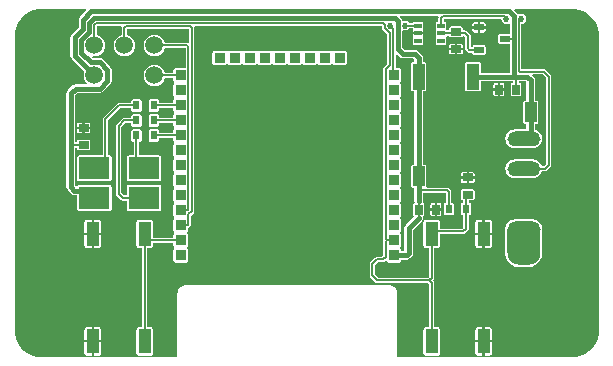
<source format=gtl>
G04 Layer_Physical_Order=1*
G04 Layer_Color=255*
%FSAX44Y44*%
%MOMM*%
G71*
G01*
G75*
G04:AMPARAMS|DCode=10|XSize=1.9mm|YSize=2.6mm|CornerRadius=0.0095mm|HoleSize=0mm|Usage=FLASHONLY|Rotation=90.000|XOffset=0mm|YOffset=0mm|HoleType=Round|Shape=RoundedRectangle|*
%AMROUNDEDRECTD10*
21,1,1.9000,2.5810,0,0,90.0*
21,1,1.8810,2.6000,0,0,90.0*
1,1,0.0190,1.2905,0.9405*
1,1,0.0190,1.2905,-0.9405*
1,1,0.0190,-1.2905,-0.9405*
1,1,0.0190,-1.2905,0.9405*
%
%ADD10ROUNDEDRECTD10*%
G04:AMPARAMS|DCode=11|XSize=1mm|YSize=2.15mm|CornerRadius=0.005mm|HoleSize=0mm|Usage=FLASHONLY|Rotation=0.000|XOffset=0mm|YOffset=0mm|HoleType=Round|Shape=RoundedRectangle|*
%AMROUNDEDRECTD11*
21,1,1.0000,2.1400,0,0,0.0*
21,1,0.9900,2.1500,0,0,0.0*
1,1,0.0100,0.4950,-1.0700*
1,1,0.0100,-0.4950,-1.0700*
1,1,0.0100,-0.4950,1.0700*
1,1,0.0100,0.4950,1.0700*
%
%ADD11ROUNDEDRECTD11*%
G04:AMPARAMS|DCode=12|XSize=3.25mm|YSize=2.15mm|CornerRadius=0.0108mm|HoleSize=0mm|Usage=FLASHONLY|Rotation=0.000|XOffset=0mm|YOffset=0mm|HoleType=Round|Shape=RoundedRectangle|*
%AMROUNDEDRECTD12*
21,1,3.2500,2.1285,0,0,0.0*
21,1,3.2285,2.1500,0,0,0.0*
1,1,0.0215,1.6142,-1.0642*
1,1,0.0215,-1.6142,-1.0642*
1,1,0.0215,-1.6142,1.0642*
1,1,0.0215,1.6142,1.0642*
%
%ADD12ROUNDEDRECTD12*%
G04:AMPARAMS|DCode=13|XSize=0.85mm|YSize=0.6mm|CornerRadius=0.003mm|HoleSize=0mm|Usage=FLASHONLY|Rotation=0.000|XOffset=0mm|YOffset=0mm|HoleType=Round|Shape=RoundedRectangle|*
%AMROUNDEDRECTD13*
21,1,0.8500,0.5940,0,0,0.0*
21,1,0.8440,0.6000,0,0,0.0*
1,1,0.0060,0.4220,-0.2970*
1,1,0.0060,-0.4220,-0.2970*
1,1,0.0060,-0.4220,0.2970*
1,1,0.0060,0.4220,0.2970*
%
%ADD13ROUNDEDRECTD13*%
G04:AMPARAMS|DCode=14|XSize=1.65mm|YSize=0.95mm|CornerRadius=0.0048mm|HoleSize=0mm|Usage=FLASHONLY|Rotation=90.000|XOffset=0mm|YOffset=0mm|HoleType=Round|Shape=RoundedRectangle|*
%AMROUNDEDRECTD14*
21,1,1.6500,0.9405,0,0,90.0*
21,1,1.6405,0.9500,0,0,90.0*
1,1,0.0095,0.4703,0.8203*
1,1,0.0095,0.4703,-0.8203*
1,1,0.0095,-0.4703,-0.8203*
1,1,0.0095,-0.4703,0.8203*
%
%ADD14ROUNDEDRECTD14*%
G04:AMPARAMS|DCode=15|XSize=2.1mm|YSize=1.1mm|CornerRadius=0.055mm|HoleSize=0mm|Usage=FLASHONLY|Rotation=270.000|XOffset=0mm|YOffset=0mm|HoleType=Round|Shape=RoundedRectangle|*
%AMROUNDEDRECTD15*
21,1,2.1000,0.9900,0,0,270.0*
21,1,1.9900,1.1000,0,0,270.0*
1,1,0.1100,-0.4950,-0.9950*
1,1,0.1100,-0.4950,0.9950*
1,1,0.1100,0.4950,0.9950*
1,1,0.1100,0.4950,-0.9950*
%
%ADD15ROUNDEDRECTD15*%
G04:AMPARAMS|DCode=16|XSize=0.85mm|YSize=0.6mm|CornerRadius=0.003mm|HoleSize=0mm|Usage=FLASHONLY|Rotation=90.000|XOffset=0mm|YOffset=0mm|HoleType=Round|Shape=RoundedRectangle|*
%AMROUNDEDRECTD16*
21,1,0.8500,0.5940,0,0,90.0*
21,1,0.8440,0.6000,0,0,90.0*
1,1,0.0060,0.2970,0.4220*
1,1,0.0060,0.2970,-0.4220*
1,1,0.0060,-0.2970,-0.4220*
1,1,0.0060,-0.2970,0.4220*
%
%ADD16ROUNDEDRECTD16*%
G04:AMPARAMS|DCode=17|XSize=0.75mm|YSize=0.55mm|CornerRadius=0.0028mm|HoleSize=0mm|Usage=FLASHONLY|Rotation=270.000|XOffset=0mm|YOffset=0mm|HoleType=Round|Shape=RoundedRectangle|*
%AMROUNDEDRECTD17*
21,1,0.7500,0.5445,0,0,270.0*
21,1,0.7445,0.5500,0,0,270.0*
1,1,0.0055,-0.2722,-0.3723*
1,1,0.0055,-0.2722,0.3723*
1,1,0.0055,0.2722,0.3723*
1,1,0.0055,0.2722,-0.3723*
%
%ADD17ROUNDEDRECTD17*%
G04:AMPARAMS|DCode=18|XSize=0.55mm|YSize=0.8mm|CornerRadius=0.0028mm|HoleSize=0mm|Usage=FLASHONLY|Rotation=90.000|XOffset=0mm|YOffset=0mm|HoleType=Round|Shape=RoundedRectangle|*
%AMROUNDEDRECTD18*
21,1,0.5500,0.7945,0,0,90.0*
21,1,0.5445,0.8000,0,0,90.0*
1,1,0.0055,0.3972,0.2722*
1,1,0.0055,0.3972,-0.2722*
1,1,0.0055,-0.3972,-0.2722*
1,1,0.0055,-0.3972,0.2722*
%
%ADD18ROUNDEDRECTD18*%
G04:AMPARAMS|DCode=19|XSize=1.333mm|YSize=1.333mm|CornerRadius=0.0067mm|HoleSize=0mm|Usage=FLASHONLY|Rotation=180.000|XOffset=0mm|YOffset=0mm|HoleType=Round|Shape=RoundedRectangle|*
%AMROUNDEDRECTD19*
21,1,1.3330,1.3197,0,0,180.0*
21,1,1.3197,1.3330,0,0,180.0*
1,1,0.0133,-0.6598,0.6598*
1,1,0.0133,0.6598,0.6598*
1,1,0.0133,0.6598,-0.6598*
1,1,0.0133,-0.6598,-0.6598*
%
%ADD19ROUNDEDRECTD19*%
G04:AMPARAMS|DCode=20|XSize=0.9mm|YSize=0.9mm|CornerRadius=0.0045mm|HoleSize=0mm|Usage=FLASHONLY|Rotation=180.000|XOffset=0mm|YOffset=0mm|HoleType=Round|Shape=RoundedRectangle|*
%AMROUNDEDRECTD20*
21,1,0.9000,0.8910,0,0,180.0*
21,1,0.8910,0.9000,0,0,180.0*
1,1,0.0090,-0.4455,0.4455*
1,1,0.0090,0.4455,0.4455*
1,1,0.0090,0.4455,-0.4455*
1,1,0.0090,-0.4455,-0.4455*
%
%ADD20ROUNDEDRECTD20*%
G04:AMPARAMS|DCode=21|XSize=0.35mm|YSize=0.6mm|CornerRadius=0.0018mm|HoleSize=0mm|Usage=FLASHONLY|Rotation=90.000|XOffset=0mm|YOffset=0mm|HoleType=Round|Shape=RoundedRectangle|*
%AMROUNDEDRECTD21*
21,1,0.3500,0.5965,0,0,90.0*
21,1,0.3465,0.6000,0,0,90.0*
1,1,0.0035,0.2983,0.1732*
1,1,0.0035,0.2983,-0.1732*
1,1,0.0035,-0.2983,-0.1732*
1,1,0.0035,-0.2983,0.1732*
%
%ADD21ROUNDEDRECTD21*%
%ADD22C,0.1270*%
%ADD23C,0.4064*%
%ADD24C,0.1524*%
%ADD25C,0.2032*%
G04:AMPARAMS|DCode=26|XSize=1.27mm|YSize=2.8mm|CornerRadius=0.635mm|HoleSize=0mm|Usage=FLASHONLY|Rotation=90.000|XOffset=0mm|YOffset=0mm|HoleType=Round|Shape=RoundedRectangle|*
%AMROUNDEDRECTD26*
21,1,1.2700,1.5300,0,0,90.0*
21,1,0.0000,2.8000,0,0,90.0*
1,1,1.2700,0.7650,0.0000*
1,1,1.2700,0.7650,0.0000*
1,1,1.2700,-0.7650,0.0000*
1,1,1.2700,-0.7650,0.0000*
%
%ADD26ROUNDEDRECTD26*%
G04:AMPARAMS|DCode=27|XSize=1.27mm|YSize=2.8mm|CornerRadius=0.1588mm|HoleSize=0mm|Usage=FLASHONLY|Rotation=90.000|XOffset=0mm|YOffset=0mm|HoleType=Round|Shape=RoundedRectangle|*
%AMROUNDEDRECTD27*
21,1,1.2700,2.4825,0,0,90.0*
21,1,0.9525,2.8000,0,0,90.0*
1,1,0.3175,1.2412,0.4763*
1,1,0.3175,1.2412,-0.4763*
1,1,0.3175,-1.2412,-0.4763*
1,1,0.3175,-1.2412,0.4763*
%
%ADD27ROUNDEDRECTD27*%
%ADD28O,2.8000X2.0000*%
%ADD29C,1.5000*%
%ADD30O,3.0000X2.0000*%
%ADD31C,3.2000*%
%ADD32C,0.7620*%
%ADD33C,0.5250*%
G36*
X10728937Y10800686D02*
X10728937Y10800686D01*
X10730112Y10799900D01*
X10731500Y10799624D01*
X10731500Y10799624D01*
X10739999D01*
X10741097Y10798525D01*
Y10796348D01*
X10739773D01*
X10739159Y10796226D01*
X10738638Y10795878D01*
X10738290Y10795356D01*
X10738168Y10794742D01*
Y10773342D01*
X10738290Y10772728D01*
X10738638Y10772208D01*
X10739159Y10771860D01*
X10739773Y10771738D01*
X10741097D01*
Y10709554D01*
X10740021D01*
X10739408Y10709432D01*
X10738888Y10709086D01*
X10738540Y10708566D01*
X10738418Y10707953D01*
Y10691548D01*
X10738540Y10690934D01*
X10738888Y10690415D01*
X10739408Y10690067D01*
X10740021Y10689945D01*
X10741097D01*
Y10678500D01*
X10741294Y10677509D01*
X10741146Y10677288D01*
X10740632Y10676945D01*
X10740289Y10676431D01*
X10740168Y10675824D01*
Y10667384D01*
X10740289Y10666777D01*
X10740632Y10666263D01*
X10740677Y10665806D01*
X10733687Y10658813D01*
X10732900Y10657638D01*
X10732625Y10656250D01*
X10732625Y10656250D01*
Y10636426D01*
X10729469D01*
Y10637255D01*
X10729347Y10637867D01*
X10729000Y10638386D01*
X10728914Y10638445D01*
X10728899Y10638481D01*
Y10639819D01*
X10728914Y10639856D01*
X10729000Y10639913D01*
X10729347Y10640433D01*
X10729469Y10641045D01*
Y10649955D01*
X10729347Y10650568D01*
X10729000Y10651086D01*
X10728914Y10651144D01*
X10728899Y10651180D01*
Y10652520D01*
X10728914Y10652556D01*
X10729000Y10652614D01*
X10729347Y10653132D01*
X10729469Y10653745D01*
Y10662655D01*
X10729347Y10663267D01*
X10729000Y10663787D01*
X10728914Y10663844D01*
X10728899Y10663881D01*
Y10665219D01*
X10728914Y10665255D01*
X10729000Y10665314D01*
X10729347Y10665833D01*
X10729469Y10666445D01*
Y10675355D01*
X10729347Y10675967D01*
X10729000Y10676486D01*
X10728914Y10676544D01*
X10728899Y10676581D01*
Y10677919D01*
X10728914Y10677955D01*
X10729000Y10678014D01*
X10729347Y10678533D01*
X10729469Y10679146D01*
Y10688055D01*
X10729347Y10688667D01*
X10729000Y10689186D01*
X10728914Y10689244D01*
X10728899Y10689281D01*
Y10690619D01*
X10728914Y10690656D01*
X10729000Y10690714D01*
X10729347Y10691233D01*
X10729469Y10691844D01*
Y10700754D01*
X10729347Y10701367D01*
X10729000Y10701886D01*
X10728914Y10701945D01*
X10728899Y10701981D01*
Y10703319D01*
X10728914Y10703356D01*
X10729000Y10703414D01*
X10729347Y10703933D01*
X10729469Y10704545D01*
Y10713455D01*
X10729347Y10714067D01*
X10729000Y10714586D01*
X10728914Y10714645D01*
X10728899Y10714681D01*
Y10716019D01*
X10728914Y10716056D01*
X10729000Y10716113D01*
X10729347Y10716633D01*
X10729469Y10717245D01*
Y10726155D01*
X10729347Y10726768D01*
X10729000Y10727286D01*
X10728914Y10727345D01*
X10728899Y10727382D01*
Y10728719D01*
X10728914Y10728756D01*
X10729000Y10728813D01*
X10729347Y10729332D01*
X10729469Y10729945D01*
Y10738855D01*
X10729347Y10739468D01*
X10729000Y10739987D01*
X10728914Y10740044D01*
X10728899Y10740081D01*
Y10741418D01*
X10728914Y10741455D01*
X10729000Y10741514D01*
X10729347Y10742032D01*
X10729469Y10742645D01*
Y10751555D01*
X10729347Y10752167D01*
X10729000Y10752687D01*
X10728914Y10752744D01*
X10728899Y10752781D01*
Y10754119D01*
X10728914Y10754155D01*
X10729000Y10754214D01*
X10729347Y10754733D01*
X10729469Y10755345D01*
Y10764255D01*
X10729347Y10764867D01*
X10729000Y10765386D01*
X10728914Y10765444D01*
X10728899Y10765481D01*
Y10766819D01*
X10728914Y10766855D01*
X10729000Y10766914D01*
X10729347Y10767433D01*
X10729469Y10768044D01*
Y10776956D01*
X10729347Y10777567D01*
X10729000Y10778086D01*
X10728914Y10778145D01*
X10728899Y10778181D01*
Y10779519D01*
X10728914Y10779556D01*
X10729000Y10779614D01*
X10729347Y10780133D01*
X10729469Y10780745D01*
Y10789655D01*
X10729347Y10790267D01*
X10729000Y10790786D01*
X10728481Y10791133D01*
X10727870Y10791255D01*
X10725079D01*
Y10802883D01*
X10726252Y10803370D01*
X10728937Y10800686D01*
D02*
G37*
G36*
X10462874Y10841410D02*
X10463359Y10840237D01*
X10457792Y10834669D01*
X10457006Y10833492D01*
X10456730Y10832104D01*
X10456730Y10832104D01*
Y10825861D01*
X10450927Y10820057D01*
X10450140Y10818882D01*
X10449865Y10817494D01*
X10449865Y10817494D01*
Y10801844D01*
X10449865Y10801844D01*
X10450140Y10800457D01*
X10450927Y10799280D01*
X10461726Y10788481D01*
X10461343Y10787556D01*
X10461031Y10785200D01*
X10461343Y10782844D01*
X10462252Y10780649D01*
X10463486Y10779039D01*
X10463074Y10777770D01*
X10454144D01*
X10454144Y10777770D01*
X10452756Y10777494D01*
X10451581Y10776708D01*
X10451580Y10776708D01*
X10447467Y10772595D01*
X10446681Y10771418D01*
X10446405Y10770031D01*
X10446405Y10770031D01*
Y10726250D01*
Y10690969D01*
X10446405Y10690969D01*
X10446681Y10689581D01*
X10447467Y10688406D01*
X10450686Y10685187D01*
X10450686Y10685187D01*
X10451863Y10684401D01*
X10453250Y10684125D01*
X10453250Y10684125D01*
X10455531D01*
Y10672095D01*
X10455657Y10671464D01*
X10456014Y10670928D01*
X10456550Y10670570D01*
X10457181Y10670444D01*
X10482992D01*
X10483624Y10670570D01*
X10484159Y10670928D01*
X10484517Y10671464D01*
X10484642Y10672095D01*
Y10690905D01*
X10484517Y10691537D01*
X10484159Y10692073D01*
X10483624Y10692430D01*
X10482992Y10692556D01*
X10457181D01*
X10456550Y10692430D01*
X10456014Y10692073D01*
X10455841Y10691812D01*
X10454736Y10691676D01*
X10454399Y10691727D01*
X10453657Y10692471D01*
Y10723920D01*
X10455195D01*
Y10723280D01*
X10455316Y10722673D01*
X10455659Y10722159D01*
X10456173Y10721816D01*
X10456780Y10721696D01*
X10465220D01*
X10465826Y10721816D01*
X10466340Y10722159D01*
X10466683Y10722673D01*
X10466804Y10723280D01*
Y10729220D01*
X10466683Y10729827D01*
X10466340Y10730341D01*
X10465826Y10730684D01*
X10465220Y10730804D01*
X10456780D01*
X10456173Y10730684D01*
X10455659Y10730341D01*
X10455316Y10729827D01*
X10455195Y10729220D01*
Y10728580D01*
X10453657D01*
Y10768529D01*
X10455646Y10770519D01*
X10474713D01*
X10474713Y10770519D01*
X10476101Y10770795D01*
X10477278Y10771581D01*
X10483754Y10778057D01*
X10483754Y10778057D01*
X10484540Y10779233D01*
X10484816Y10780620D01*
X10484816Y10780620D01*
Y10789779D01*
X10484816Y10789779D01*
X10484540Y10791167D01*
X10483754Y10792344D01*
X10483754Y10792344D01*
X10477278Y10798820D01*
X10476101Y10799606D01*
X10474713Y10799882D01*
X10474713Y10799882D01*
X10468899D01*
X10468485Y10800435D01*
X10469181Y10801624D01*
X10470134Y10801498D01*
X10472490Y10801808D01*
X10474685Y10802717D01*
X10476570Y10804164D01*
X10478016Y10806049D01*
X10478926Y10808245D01*
X10479236Y10810601D01*
X10478926Y10812955D01*
X10478016Y10815151D01*
X10476570Y10817036D01*
X10474685Y10818483D01*
X10472490Y10819392D01*
X10472335Y10819412D01*
Y10827142D01*
X10472640Y10827448D01*
X10493021D01*
X10493645Y10826178D01*
X10493500Y10825962D01*
X10493333Y10825120D01*
Y10819412D01*
X10493179Y10819392D01*
X10490983Y10818483D01*
X10489098Y10817036D01*
X10487651Y10815151D01*
X10486742Y10812955D01*
X10486432Y10810601D01*
X10486742Y10808245D01*
X10487651Y10806049D01*
X10489098Y10804164D01*
X10490983Y10802717D01*
X10493179Y10801808D01*
X10495533Y10801498D01*
X10497889Y10801808D01*
X10500085Y10802717D01*
X10501970Y10804164D01*
X10503417Y10806049D01*
X10504326Y10808245D01*
X10504636Y10810601D01*
X10504326Y10812955D01*
X10503417Y10815151D01*
X10501970Y10817036D01*
X10500085Y10818483D01*
X10497889Y10819392D01*
X10497736Y10819412D01*
Y10824208D01*
X10498182Y10824653D01*
X10550233D01*
X10550343Y10824545D01*
Y10813259D01*
X10549072Y10812581D01*
X10548993Y10812634D01*
X10548149Y10812802D01*
X10529746D01*
X10529725Y10812955D01*
X10528816Y10815151D01*
X10527371Y10817036D01*
X10525485Y10818483D01*
X10523290Y10819392D01*
X10520934Y10819702D01*
X10518578Y10819392D01*
X10516383Y10818483D01*
X10514498Y10817036D01*
X10513052Y10815151D01*
X10512142Y10812955D01*
X10511832Y10810601D01*
X10512142Y10808245D01*
X10513052Y10806049D01*
X10514498Y10804164D01*
X10516383Y10802717D01*
X10518578Y10801808D01*
X10520934Y10801498D01*
X10523290Y10801808D01*
X10525485Y10802717D01*
X10527371Y10804164D01*
X10528816Y10806049D01*
X10529725Y10808245D01*
X10529746Y10808398D01*
X10547239D01*
X10547549Y10808088D01*
Y10791271D01*
X10547529Y10791255D01*
X10538619D01*
X10538008Y10791133D01*
X10537488Y10790786D01*
X10537141Y10790267D01*
X10537020Y10789655D01*
Y10787401D01*
X10529746D01*
X10529725Y10787556D01*
X10528816Y10789751D01*
X10527371Y10791636D01*
X10525485Y10793082D01*
X10523290Y10793992D01*
X10520934Y10794302D01*
X10518578Y10793992D01*
X10516383Y10793082D01*
X10514498Y10791636D01*
X10513052Y10789751D01*
X10512142Y10787556D01*
X10511832Y10785200D01*
X10512142Y10782844D01*
X10513052Y10780649D01*
X10514498Y10778763D01*
X10516383Y10777318D01*
X10518578Y10776409D01*
X10520934Y10776099D01*
X10523290Y10776409D01*
X10525485Y10777318D01*
X10527371Y10778763D01*
X10528816Y10780649D01*
X10529725Y10782844D01*
X10529746Y10782999D01*
X10537020D01*
Y10780745D01*
X10537141Y10780133D01*
X10537488Y10779614D01*
X10537576Y10779556D01*
X10537589Y10779519D01*
Y10778181D01*
X10537576Y10778145D01*
X10537488Y10778086D01*
X10537141Y10777567D01*
X10537020Y10776956D01*
Y10768044D01*
X10537141Y10767433D01*
X10537488Y10766914D01*
X10537576Y10766855D01*
X10537589Y10766819D01*
Y10765481D01*
X10537576Y10765444D01*
X10537488Y10765386D01*
X10537141Y10764867D01*
X10537020Y10764255D01*
Y10762131D01*
X10524554D01*
Y10763523D01*
X10524434Y10764128D01*
X10524091Y10764641D01*
X10523578Y10764984D01*
X10522972Y10765105D01*
X10517528D01*
X10516923Y10764984D01*
X10516409Y10764641D01*
X10516066Y10764128D01*
X10515946Y10763523D01*
Y10756078D01*
X10516066Y10755472D01*
X10516409Y10754958D01*
X10516923Y10754615D01*
X10517528Y10754496D01*
X10522972D01*
X10523578Y10754615D01*
X10524091Y10754958D01*
X10524434Y10755472D01*
X10524554Y10756078D01*
Y10757469D01*
X10537020D01*
Y10755345D01*
X10537141Y10754733D01*
X10537488Y10754214D01*
X10537576Y10754155D01*
X10537589Y10754119D01*
Y10752781D01*
X10537576Y10752744D01*
X10537488Y10752687D01*
X10537141Y10752167D01*
X10537020Y10751555D01*
Y10749431D01*
X10524554D01*
Y10750823D01*
X10524434Y10751428D01*
X10524091Y10751941D01*
X10523578Y10752284D01*
X10522972Y10752405D01*
X10517528D01*
X10516923Y10752284D01*
X10516409Y10751941D01*
X10516066Y10751428D01*
X10515946Y10750823D01*
Y10743378D01*
X10516066Y10742772D01*
X10516409Y10742258D01*
X10516923Y10741917D01*
X10517528Y10741796D01*
X10522972D01*
X10523578Y10741917D01*
X10524091Y10742258D01*
X10524434Y10742772D01*
X10524554Y10743378D01*
Y10744769D01*
X10537020D01*
Y10742645D01*
X10537141Y10742032D01*
X10537488Y10741514D01*
X10537576Y10741455D01*
X10537589Y10741418D01*
Y10740081D01*
X10537576Y10740044D01*
X10537488Y10739987D01*
X10537141Y10739468D01*
X10537020Y10738855D01*
Y10736731D01*
X10524554D01*
Y10738123D01*
X10524434Y10738728D01*
X10524091Y10739241D01*
X10523578Y10739584D01*
X10522972Y10739705D01*
X10517528D01*
X10516923Y10739584D01*
X10516409Y10739241D01*
X10516066Y10738728D01*
X10515946Y10738123D01*
Y10730677D01*
X10516066Y10730072D01*
X10516409Y10729559D01*
X10516923Y10729216D01*
X10517528Y10729095D01*
X10522972D01*
X10523578Y10729216D01*
X10524091Y10729559D01*
X10524434Y10730072D01*
X10524554Y10730677D01*
Y10732069D01*
X10537020D01*
Y10729945D01*
X10537141Y10729332D01*
X10537488Y10728813D01*
X10537576Y10728756D01*
X10537589Y10728719D01*
Y10727382D01*
X10537576Y10727345D01*
X10537488Y10727286D01*
X10537141Y10726768D01*
X10537020Y10726155D01*
Y10717245D01*
X10537141Y10716633D01*
X10537488Y10716113D01*
X10537576Y10716056D01*
X10537589Y10716019D01*
Y10714681D01*
X10537576Y10714645D01*
X10537488Y10714586D01*
X10537141Y10714067D01*
X10537020Y10713455D01*
Y10704545D01*
X10537141Y10703933D01*
X10537488Y10703414D01*
X10537576Y10703356D01*
X10537589Y10703319D01*
Y10701981D01*
X10537576Y10701945D01*
X10537488Y10701886D01*
X10537141Y10701367D01*
X10537020Y10700754D01*
Y10691844D01*
X10537141Y10691233D01*
X10537488Y10690714D01*
X10537576Y10690656D01*
X10537589Y10690619D01*
Y10689281D01*
X10537576Y10689244D01*
X10537488Y10689186D01*
X10537141Y10688667D01*
X10537020Y10688055D01*
Y10679146D01*
X10537141Y10678533D01*
X10537488Y10678014D01*
X10537576Y10677955D01*
X10537589Y10677919D01*
Y10676581D01*
X10537576Y10676544D01*
X10537488Y10676486D01*
X10537141Y10675967D01*
X10537020Y10675355D01*
Y10666445D01*
X10537141Y10665833D01*
X10537488Y10665314D01*
X10537576Y10665255D01*
X10537589Y10665219D01*
Y10663881D01*
X10537576Y10663844D01*
X10537488Y10663787D01*
X10537141Y10663267D01*
X10537020Y10662655D01*
Y10653745D01*
X10537141Y10653132D01*
X10537488Y10652614D01*
X10537576Y10652556D01*
X10537589Y10652520D01*
Y10651180D01*
X10537576Y10651144D01*
X10537488Y10651086D01*
X10537141Y10650568D01*
X10537020Y10649955D01*
Y10647701D01*
X10519796D01*
Y10661107D01*
X10519636Y10661917D01*
X10519177Y10662603D01*
X10518491Y10663062D01*
X10517682Y10663223D01*
X10507782D01*
X10506973Y10663062D01*
X10506287Y10662603D01*
X10505829Y10661917D01*
X10505668Y10661107D01*
Y10641207D01*
X10505829Y10640398D01*
X10506287Y10639712D01*
X10506973Y10639254D01*
X10507782Y10639093D01*
X10510531D01*
Y10572222D01*
X10507782D01*
X10506973Y10572062D01*
X10506287Y10571603D01*
X10505829Y10570917D01*
X10505668Y10570107D01*
Y10550208D01*
X10505829Y10549398D01*
X10506287Y10548712D01*
X10506973Y10548254D01*
X10507782Y10548093D01*
X10517682D01*
X10518491Y10548254D01*
X10519177Y10548712D01*
X10519636Y10549398D01*
X10519796Y10550208D01*
Y10570107D01*
X10519636Y10570917D01*
X10519177Y10571603D01*
X10518491Y10572062D01*
X10517682Y10572222D01*
X10514933D01*
Y10639093D01*
X10517682D01*
X10518491Y10639254D01*
X10519177Y10639712D01*
X10519636Y10640398D01*
X10519796Y10641207D01*
Y10643298D01*
X10537020D01*
Y10641045D01*
X10537141Y10640433D01*
X10537488Y10639913D01*
X10537576Y10639856D01*
X10537589Y10639819D01*
Y10638481D01*
X10537576Y10638445D01*
X10537488Y10638386D01*
X10537141Y10637867D01*
X10537020Y10637255D01*
Y10628345D01*
X10537141Y10627733D01*
X10537488Y10627214D01*
X10538008Y10626868D01*
X10538619Y10626746D01*
X10547529D01*
X10548142Y10626868D01*
X10548661Y10627214D01*
X10549008Y10627733D01*
X10549130Y10628345D01*
Y10637255D01*
X10549008Y10637867D01*
X10548661Y10638386D01*
X10548573Y10638445D01*
X10548560Y10638481D01*
Y10639819D01*
X10548573Y10639856D01*
X10548661Y10639913D01*
X10549008Y10640433D01*
X10549130Y10641045D01*
Y10649955D01*
X10549008Y10650568D01*
X10548661Y10651086D01*
X10548573Y10651144D01*
X10548560Y10651180D01*
Y10652520D01*
X10548573Y10652556D01*
X10548661Y10652614D01*
X10549008Y10653132D01*
X10549130Y10653745D01*
Y10656034D01*
X10549792Y10656166D01*
X10550507Y10656643D01*
X10551290Y10657427D01*
X10551768Y10658141D01*
X10551935Y10658983D01*
Y10666620D01*
X10554100Y10668787D01*
X10554578Y10669501D01*
X10554745Y10670343D01*
Y10825457D01*
X10554602Y10826178D01*
X10554636Y10826388D01*
X10555337Y10827448D01*
X10713439D01*
X10713765Y10827123D01*
Y10825519D01*
X10713932Y10824677D01*
X10714409Y10823962D01*
X10717883Y10820488D01*
Y10794808D01*
X10715194Y10792119D01*
X10714717Y10791405D01*
X10714548Y10790563D01*
Y10646428D01*
X10714717Y10645586D01*
X10714774Y10645498D01*
X10714722Y10645420D01*
X10714554Y10644578D01*
Y10632831D01*
X10713317Y10631593D01*
X10709402D01*
X10708560Y10631426D01*
X10707845Y10630948D01*
X10703782Y10626885D01*
X10703304Y10626171D01*
X10703137Y10625328D01*
Y10615930D01*
X10703304Y10615088D01*
X10703782Y10614374D01*
X10708099Y10610055D01*
X10708813Y10609579D01*
X10709656Y10609410D01*
X10752726D01*
X10753518Y10608619D01*
Y10572222D01*
X10750769D01*
X10749960Y10572061D01*
X10749274Y10571603D01*
X10748816Y10570917D01*
X10748655Y10570107D01*
Y10550208D01*
X10748816Y10549398D01*
X10749274Y10548712D01*
X10749960Y10548253D01*
X10750769Y10548093D01*
X10760669D01*
X10761478Y10548253D01*
X10762164Y10548712D01*
X10762623Y10549398D01*
X10762783Y10550208D01*
Y10570107D01*
X10762623Y10570917D01*
X10762164Y10571603D01*
X10761478Y10572061D01*
X10760669Y10572222D01*
X10757920D01*
Y10609531D01*
X10757753Y10610374D01*
X10757275Y10611088D01*
X10756752Y10611613D01*
X10757275Y10612136D01*
X10757753Y10612850D01*
X10757920Y10613693D01*
Y10639093D01*
X10760669D01*
X10761478Y10639254D01*
X10762164Y10639712D01*
X10762623Y10640398D01*
X10762783Y10641207D01*
Y10650956D01*
X10782407D01*
X10783250Y10651124D01*
X10783964Y10651600D01*
X10786322Y10653959D01*
X10786799Y10654673D01*
X10786967Y10655515D01*
Y10666799D01*
X10787488D01*
X10788093Y10666920D01*
X10788607Y10667263D01*
X10788949Y10667776D01*
X10789070Y10668381D01*
Y10675826D01*
X10788949Y10676432D01*
X10788607Y10676945D01*
X10788093Y10677288D01*
X10787488Y10677408D01*
X10786967D01*
Y10679843D01*
X10790486D01*
X10791091Y10679962D01*
X10791606Y10680306D01*
X10791949Y10680820D01*
X10792070Y10681427D01*
Y10687367D01*
X10791949Y10687972D01*
X10791606Y10688486D01*
X10791091Y10688831D01*
X10790486Y10688951D01*
X10782046D01*
X10781439Y10688831D01*
X10780925Y10688486D01*
X10780582Y10687972D01*
X10780461Y10687367D01*
Y10681427D01*
X10780582Y10680820D01*
X10780925Y10680306D01*
X10781439Y10679962D01*
X10782046Y10679843D01*
X10782565D01*
Y10677408D01*
X10782043D01*
X10781438Y10677288D01*
X10780924Y10676945D01*
X10780581Y10676432D01*
X10780461Y10675826D01*
Y10668381D01*
X10780581Y10667776D01*
X10780924Y10667263D01*
X10781438Y10666920D01*
X10782043Y10666799D01*
X10782565D01*
Y10656427D01*
X10781495Y10655359D01*
X10762783D01*
Y10661107D01*
X10762623Y10661917D01*
X10762164Y10662603D01*
X10761478Y10663062D01*
X10760669Y10663221D01*
X10750769D01*
X10749960Y10663062D01*
X10749274Y10662603D01*
X10748816Y10661917D01*
X10748655Y10661107D01*
Y10641207D01*
X10748816Y10640398D01*
X10749274Y10639712D01*
X10749960Y10639254D01*
X10750769Y10639093D01*
X10753518D01*
Y10614604D01*
X10752726Y10613813D01*
X10710568D01*
X10707539Y10616842D01*
Y10624417D01*
X10710314Y10627191D01*
X10714229D01*
X10715071Y10627358D01*
X10715785Y10627836D01*
X10716132Y10628182D01*
X10717480Y10627736D01*
X10717482Y10627733D01*
X10717828Y10627214D01*
X10718347Y10626868D01*
X10718960Y10626746D01*
X10727870D01*
X10728481Y10626868D01*
X10729000Y10627214D01*
X10729347Y10627733D01*
X10729469Y10628345D01*
Y10629175D01*
X10734550D01*
X10734550Y10629175D01*
X10735938Y10629451D01*
X10737114Y10630237D01*
X10738813Y10631936D01*
X10738813Y10631936D01*
X10739600Y10633113D01*
X10739875Y10634500D01*
Y10654749D01*
X10747286Y10662159D01*
X10748073Y10663336D01*
X10748348Y10664723D01*
X10748154Y10665702D01*
X10748300Y10665920D01*
X10748813Y10666263D01*
X10749156Y10666777D01*
X10749277Y10667384D01*
Y10675824D01*
X10749156Y10676431D01*
X10748813Y10676945D01*
X10748300Y10677288D01*
X10748152Y10677509D01*
X10748348Y10678500D01*
Y10685768D01*
X10767620D01*
X10768064Y10685322D01*
Y10677408D01*
X10767543D01*
X10766937Y10677288D01*
X10766425Y10676945D01*
X10766082Y10676432D01*
X10765961Y10675826D01*
Y10668381D01*
X10766082Y10667776D01*
X10766425Y10667263D01*
X10766937Y10666920D01*
X10767543Y10666799D01*
X10772988D01*
X10773594Y10666920D01*
X10774106Y10667263D01*
X10774449Y10667776D01*
X10774570Y10668381D01*
Y10675826D01*
X10774449Y10676432D01*
X10774106Y10676945D01*
X10773594Y10677288D01*
X10772988Y10677408D01*
X10772467D01*
Y10686234D01*
X10772300Y10687076D01*
X10771823Y10687791D01*
X10770088Y10689525D01*
X10769374Y10690002D01*
X10768531Y10690171D01*
X10751923D01*
X10751702Y10690336D01*
X10751007Y10691440D01*
X10751028Y10691548D01*
Y10707953D01*
X10750906Y10708566D01*
X10750559Y10709086D01*
X10750039Y10709432D01*
X10749425Y10709554D01*
X10748348D01*
Y10771738D01*
X10749673D01*
X10750287Y10771860D01*
X10750808Y10772208D01*
X10751156Y10772728D01*
X10751278Y10773342D01*
Y10794742D01*
X10751156Y10795356D01*
X10750808Y10795878D01*
X10750287Y10796226D01*
X10749673Y10796348D01*
X10748348D01*
Y10800027D01*
X10748348Y10800027D01*
X10748073Y10801415D01*
X10747286Y10802590D01*
X10744064Y10805814D01*
X10742887Y10806599D01*
X10741500Y10806876D01*
X10741500Y10806876D01*
X10733002D01*
X10730695Y10809183D01*
Y10822806D01*
X10731964Y10823525D01*
X10733250Y10823270D01*
X10734869Y10823591D01*
X10736241Y10824509D01*
X10736769Y10825299D01*
X10739645D01*
X10739672Y10825166D01*
X10740012Y10824656D01*
Y10823844D01*
X10739672Y10823334D01*
X10739552Y10822732D01*
Y10822017D01*
X10744105D01*
X10748660D01*
Y10822732D01*
X10748540Y10823334D01*
X10748199Y10823844D01*
Y10824656D01*
X10748540Y10825166D01*
X10748660Y10825768D01*
Y10829232D01*
X10748540Y10829834D01*
X10748199Y10830344D01*
X10747690Y10830685D01*
X10747089Y10830804D01*
X10741123D01*
X10740522Y10830685D01*
X10740012Y10830344D01*
X10739672Y10829834D01*
X10739645Y10829701D01*
X10736769D01*
X10736241Y10830491D01*
X10734869Y10831409D01*
X10733250Y10831730D01*
X10731837Y10831449D01*
X10731631Y10831409D01*
X10730497Y10832178D01*
X10730419Y10832568D01*
X10729633Y10833745D01*
X10729633Y10833745D01*
X10728749Y10834629D01*
X10729235Y10835802D01*
X10760782D01*
X10761403Y10834937D01*
X10761539Y10834532D01*
X10761405Y10833856D01*
Y10830804D01*
X10760624D01*
X10760022Y10830685D01*
X10759512Y10830344D01*
X10759171Y10829834D01*
X10759052Y10829232D01*
Y10825768D01*
X10759171Y10825166D01*
X10759512Y10824656D01*
Y10823844D01*
X10759171Y10823334D01*
X10759052Y10822732D01*
Y10819268D01*
X10759171Y10818666D01*
X10759512Y10818157D01*
Y10817344D01*
X10759171Y10816833D01*
X10759052Y10816233D01*
Y10812767D01*
X10759171Y10812166D01*
X10759512Y10811656D01*
X10760022Y10811316D01*
X10760624Y10811196D01*
X10766588D01*
X10767190Y10811316D01*
X10767700Y10811656D01*
X10768041Y10812166D01*
X10768160Y10812767D01*
Y10816233D01*
X10768041Y10816833D01*
X10767700Y10817344D01*
Y10817540D01*
X10768757Y10818669D01*
X10770447D01*
X10770465Y10818582D01*
X10770808Y10818068D01*
X10771322Y10817725D01*
X10771929Y10817604D01*
X10780369D01*
X10780975Y10817725D01*
X10781489Y10818068D01*
X10781832Y10818582D01*
X10781849Y10818669D01*
X10783285D01*
X10783920Y10818035D01*
Y10808250D01*
X10784097Y10807358D01*
X10784602Y10806602D01*
X10786017Y10805187D01*
X10786772Y10804681D01*
X10787665Y10804504D01*
X10790195D01*
Y10804113D01*
X10790316Y10803507D01*
X10790659Y10802994D01*
X10791172Y10802651D01*
X10791777Y10802531D01*
X10799723D01*
X10800328Y10802651D01*
X10800841Y10802994D01*
X10801184Y10803507D01*
X10801304Y10804113D01*
Y10809558D01*
X10801184Y10810162D01*
X10800841Y10810676D01*
X10800328Y10811019D01*
X10799723Y10811139D01*
X10791777D01*
X10791172Y10811019D01*
X10790659Y10810676D01*
X10790316Y10810162D01*
X10790195Y10809558D01*
Y10809166D01*
X10788630D01*
X10788580Y10809215D01*
Y10819000D01*
X10788403Y10819891D01*
X10787898Y10820648D01*
X10785898Y10822648D01*
X10785142Y10823153D01*
X10784250Y10823331D01*
X10781953D01*
Y10825128D01*
X10781832Y10825735D01*
X10781489Y10826249D01*
X10780975Y10826592D01*
X10780369Y10826713D01*
X10771929D01*
X10771322Y10826592D01*
X10770808Y10826249D01*
X10770465Y10825735D01*
X10770344Y10825128D01*
Y10823331D01*
X10768041D01*
X10768041Y10823334D01*
X10767700Y10823844D01*
Y10824656D01*
X10768041Y10825166D01*
X10768160Y10825768D01*
Y10829232D01*
X10768041Y10829834D01*
X10767700Y10830344D01*
X10767190Y10830685D01*
X10766588Y10830804D01*
X10765807D01*
Y10832944D01*
X10765898Y10833036D01*
X10814740D01*
X10814769Y10833000D01*
X10815092Y10831381D01*
X10816008Y10830009D01*
X10817382Y10829092D01*
X10819000Y10828770D01*
X10820370Y10829042D01*
X10821639Y10828363D01*
Y10820640D01*
X10813778D01*
X10813173Y10820519D01*
X10812659Y10820176D01*
X10812316Y10819663D01*
X10812196Y10819058D01*
Y10813612D01*
X10812316Y10813007D01*
X10812659Y10812494D01*
X10813173Y10812151D01*
X10813778Y10812031D01*
X10821639D01*
Y10787684D01*
X10797278D01*
Y10794742D01*
X10797156Y10795356D01*
X10796808Y10795878D01*
X10796287Y10796226D01*
X10795673Y10796348D01*
X10785773D01*
X10785159Y10796226D01*
X10784639Y10795878D01*
X10784291Y10795356D01*
X10784169Y10794742D01*
Y10773342D01*
X10784291Y10772728D01*
X10784639Y10772208D01*
X10785159Y10771860D01*
X10785773Y10771738D01*
X10795673D01*
X10796287Y10771860D01*
X10796808Y10772208D01*
X10797156Y10772728D01*
X10797278Y10773342D01*
Y10780432D01*
X10824426D01*
Y10779027D01*
X10824045D01*
X10823439Y10778906D01*
X10822925Y10778563D01*
X10822582Y10778048D01*
X10822461Y10777443D01*
Y10769003D01*
X10822582Y10768396D01*
X10822925Y10767882D01*
X10823439Y10767539D01*
X10824045Y10767418D01*
X10829985D01*
X10830592Y10767539D01*
X10831106Y10767882D01*
X10831449Y10768396D01*
X10831570Y10769003D01*
Y10777443D01*
X10831449Y10778048D01*
X10831106Y10778563D01*
X10830592Y10778906D01*
X10829985Y10779027D01*
X10829606D01*
Y10780417D01*
X10835205D01*
X10835890Y10779733D01*
Y10763734D01*
X10834813D01*
X10834200Y10763613D01*
X10833680Y10763265D01*
X10833333Y10762745D01*
X10833210Y10762133D01*
Y10745728D01*
X10833333Y10745115D01*
X10833680Y10744595D01*
X10834200Y10744247D01*
X10834813Y10744125D01*
X10835890D01*
Y10739713D01*
X10825881D01*
X10823826Y10739442D01*
X10821910Y10738649D01*
X10820266Y10737386D01*
X10819004Y10735742D01*
X10818210Y10733827D01*
X10817939Y10731771D01*
X10818210Y10729716D01*
X10819004Y10727800D01*
X10820266Y10726156D01*
X10821910Y10724894D01*
X10823826Y10724100D01*
X10825881Y10723829D01*
X10841182D01*
X10843237Y10724100D01*
X10845153Y10724894D01*
X10846797Y10726156D01*
X10848059Y10727800D01*
X10848853Y10729716D01*
X10849124Y10731771D01*
X10848853Y10733827D01*
X10848059Y10735742D01*
X10846797Y10737386D01*
X10845153Y10738649D01*
X10843237Y10739442D01*
X10843141Y10739456D01*
Y10744125D01*
X10844218D01*
X10844832Y10744247D01*
X10845352Y10744595D01*
X10845698Y10745115D01*
X10845820Y10745728D01*
Y10762133D01*
X10845698Y10762745D01*
X10845352Y10763265D01*
X10844832Y10763613D01*
X10844218Y10763734D01*
X10843141D01*
Y10781234D01*
X10843141Y10781234D01*
X10842865Y10782622D01*
X10842079Y10783798D01*
X10842079Y10783798D01*
X10841018Y10784858D01*
X10841505Y10786033D01*
X10849604D01*
X10852549Y10783088D01*
Y10710411D01*
X10850709Y10708573D01*
X10848793D01*
X10848059Y10710342D01*
X10846797Y10711987D01*
X10845153Y10713250D01*
X10843237Y10714043D01*
X10841182Y10714313D01*
X10825881D01*
X10823826Y10714043D01*
X10821910Y10713250D01*
X10820266Y10711987D01*
X10819004Y10710342D01*
X10818210Y10708427D01*
X10817939Y10706371D01*
X10818210Y10704315D01*
X10819004Y10702400D01*
X10820266Y10700756D01*
X10821910Y10699493D01*
X10823826Y10698700D01*
X10825881Y10698429D01*
X10841182D01*
X10843237Y10698700D01*
X10845153Y10699493D01*
X10846797Y10700756D01*
X10848059Y10702400D01*
X10848793Y10704170D01*
X10851621D01*
X10852463Y10704337D01*
X10853177Y10704814D01*
X10856306Y10707943D01*
X10856783Y10708657D01*
X10856952Y10709500D01*
Y10784000D01*
X10856783Y10784843D01*
X10856306Y10785557D01*
X10852073Y10789790D01*
X10851359Y10790267D01*
X10850516Y10790435D01*
X10831658D01*
Y10828801D01*
X10833119Y10829092D01*
X10834491Y10830009D01*
X10835408Y10831381D01*
X10835730Y10833000D01*
X10835408Y10834619D01*
X10834491Y10835991D01*
X10833119Y10836908D01*
X10831500Y10837230D01*
X10829882Y10836908D01*
X10829845Y10836884D01*
X10828365Y10837423D01*
X10827830Y10838225D01*
X10827830Y10838225D01*
X10825818Y10840237D01*
X10826304Y10841410D01*
X10874974D01*
X10877181D01*
X10881511Y10840549D01*
X10885590Y10838860D01*
X10889260Y10836407D01*
X10892382Y10833286D01*
X10894834Y10829615D01*
X10896523Y10825537D01*
X10897385Y10821207D01*
Y10819000D01*
X10897385Y10569000D01*
Y10566793D01*
X10896523Y10562463D01*
X10894834Y10558385D01*
X10892382Y10554714D01*
X10889260Y10551593D01*
X10885590Y10549141D01*
X10881511Y10547451D01*
X10877181Y10546589D01*
X10874974Y10546589D01*
X10726589D01*
Y10600758D01*
X10726565Y10600884D01*
X10726577Y10601012D01*
X10726495Y10601838D01*
X10726385Y10602202D01*
X10726311Y10602576D01*
X10725677Y10604104D01*
X10725117Y10604944D01*
X10723947Y10606115D01*
X10723107Y10606676D01*
X10723107Y10606676D01*
X10721578Y10607308D01*
X10721208Y10607382D01*
X10720848Y10607493D01*
X10720022Y10607577D01*
X10719890Y10607563D01*
X10719760Y10607589D01*
X10547245Y10607589D01*
X10547119Y10607565D01*
X10546991Y10607577D01*
X10546163Y10607495D01*
X10545798Y10607385D01*
X10545426Y10607311D01*
X10543895Y10606677D01*
X10543055Y10606116D01*
X10541885Y10604945D01*
X10541323Y10604104D01*
X10540690Y10602574D01*
X10540615Y10602201D01*
X10540504Y10601837D01*
X10540422Y10601008D01*
X10540436Y10600881D01*
X10540410Y10600754D01*
Y10546589D01*
X10422793D01*
X10418463Y10547451D01*
X10414385Y10549141D01*
X10410714Y10551593D01*
X10407593Y10554714D01*
X10405140Y10558385D01*
X10403451Y10562463D01*
X10402589Y10566793D01*
Y10569000D01*
Y10819000D01*
Y10821207D01*
X10403451Y10825537D01*
X10405140Y10829615D01*
X10407593Y10833286D01*
X10410714Y10836407D01*
X10414385Y10838860D01*
X10418463Y10840549D01*
X10422793Y10841410D01*
X10425000D01*
X10462874D01*
D02*
G37*
%LPC*%
G36*
X10799723Y10830139D02*
X10796766D01*
Y10826851D01*
X10801304D01*
Y10828557D01*
X10801184Y10829163D01*
X10800841Y10829677D01*
X10800328Y10830020D01*
X10799723Y10830139D01*
D02*
G37*
G36*
X10794734D02*
X10791777D01*
X10791172Y10830020D01*
X10790659Y10829677D01*
X10790316Y10829163D01*
X10790195Y10828557D01*
Y10826851D01*
X10794734D01*
Y10830139D01*
D02*
G37*
G36*
X10801304Y10824819D02*
X10796766D01*
Y10821531D01*
X10799723D01*
X10800328Y10821652D01*
X10800841Y10821993D01*
X10801184Y10822507D01*
X10801304Y10823113D01*
Y10824819D01*
D02*
G37*
G36*
X10794734D02*
X10790195D01*
Y10823113D01*
X10790316Y10822507D01*
X10790659Y10821993D01*
X10791172Y10821652D01*
X10791777Y10821531D01*
X10794734D01*
Y10824819D01*
D02*
G37*
G36*
X10748660Y10819984D02*
X10744105D01*
X10739552D01*
Y10819268D01*
X10739672Y10818666D01*
X10740012Y10818157D01*
Y10817344D01*
X10739672Y10816833D01*
X10739552Y10816233D01*
Y10812767D01*
X10739672Y10812166D01*
X10740012Y10811656D01*
X10740522Y10811316D01*
X10741123Y10811196D01*
X10747089D01*
X10747690Y10811316D01*
X10748199Y10811656D01*
X10748540Y10812166D01*
X10748660Y10812767D01*
Y10816233D01*
X10748540Y10816833D01*
X10748199Y10817344D01*
Y10818157D01*
X10748540Y10818666D01*
X10748660Y10819268D01*
Y10819984D01*
D02*
G37*
G36*
X10780369Y10812213D02*
X10777166D01*
Y10808674D01*
X10781953D01*
Y10810629D01*
X10781832Y10811234D01*
X10781489Y10811748D01*
X10780975Y10812092D01*
X10780369Y10812213D01*
D02*
G37*
G36*
X10775133D02*
X10771929D01*
X10771322Y10812092D01*
X10770808Y10811748D01*
X10770465Y10811234D01*
X10770344Y10810629D01*
Y10808674D01*
X10775133D01*
Y10812213D01*
D02*
G37*
G36*
X10682169Y10806155D02*
X10673259D01*
X10672648Y10806033D01*
X10672129Y10805686D01*
X10672070Y10805599D01*
X10672034Y10805585D01*
X10670696D01*
X10670659Y10805599D01*
X10670601Y10805686D01*
X10670082Y10806033D01*
X10669469Y10806155D01*
X10660559D01*
X10659948Y10806033D01*
X10659429Y10805686D01*
X10659370Y10805599D01*
X10659333Y10805585D01*
X10657996D01*
X10657959Y10805599D01*
X10657900Y10805686D01*
X10657382Y10806033D01*
X10656770Y10806155D01*
X10647860D01*
X10647247Y10806033D01*
X10646729Y10805686D01*
X10646670Y10805599D01*
X10646633Y10805585D01*
X10645295D01*
X10645259Y10805599D01*
X10645200Y10805686D01*
X10644681Y10806033D01*
X10644070Y10806155D01*
X10635160D01*
X10634547Y10806033D01*
X10634028Y10805686D01*
X10633970Y10805599D01*
X10633933Y10805585D01*
X10632595D01*
X10632559Y10805599D01*
X10632501Y10805686D01*
X10631981Y10806033D01*
X10631370Y10806155D01*
X10622460D01*
X10621847Y10806033D01*
X10621328Y10805686D01*
X10621270Y10805599D01*
X10621233Y10805585D01*
X10619895D01*
X10619858Y10805599D01*
X10619801Y10805686D01*
X10619282Y10806033D01*
X10618669Y10806155D01*
X10609760D01*
X10609147Y10806033D01*
X10608628Y10805686D01*
X10608571Y10805599D01*
X10608534Y10805585D01*
X10607196D01*
X10607159Y10805599D01*
X10607101Y10805686D01*
X10606582Y10806033D01*
X10605969Y10806155D01*
X10597059D01*
X10596448Y10806033D01*
X10595928Y10805686D01*
X10595870Y10805599D01*
X10595834Y10805585D01*
X10594496D01*
X10594459Y10805599D01*
X10594401Y10805686D01*
X10593882Y10806033D01*
X10593269Y10806155D01*
X10584359D01*
X10583748Y10806033D01*
X10583229Y10805686D01*
X10583170Y10805599D01*
X10583134Y10805585D01*
X10581796D01*
X10581759Y10805599D01*
X10581700Y10805686D01*
X10581182Y10806033D01*
X10580570Y10806155D01*
X10571659D01*
X10571047Y10806033D01*
X10570529Y10805686D01*
X10570182Y10805167D01*
X10570060Y10804554D01*
Y10795645D01*
X10570182Y10795033D01*
X10570529Y10794514D01*
X10571047Y10794167D01*
X10571659Y10794045D01*
X10580570D01*
X10581182Y10794167D01*
X10581700Y10794514D01*
X10581759Y10794601D01*
X10581796Y10794615D01*
X10583134D01*
X10583170Y10794601D01*
X10583229Y10794514D01*
X10583748Y10794167D01*
X10584359Y10794045D01*
X10593269D01*
X10593882Y10794167D01*
X10594401Y10794514D01*
X10594459Y10794601D01*
X10594496Y10794615D01*
X10595834D01*
X10595870Y10794601D01*
X10595928Y10794514D01*
X10596448Y10794167D01*
X10597059Y10794045D01*
X10605969D01*
X10606582Y10794167D01*
X10607101Y10794514D01*
X10607159Y10794601D01*
X10607196Y10794615D01*
X10608534D01*
X10608571Y10794601D01*
X10608628Y10794514D01*
X10609147Y10794167D01*
X10609760Y10794045D01*
X10618669D01*
X10619282Y10794167D01*
X10619801Y10794514D01*
X10619858Y10794601D01*
X10619895Y10794615D01*
X10621233D01*
X10621270Y10794601D01*
X10621328Y10794514D01*
X10621847Y10794167D01*
X10622460Y10794045D01*
X10631370D01*
X10631981Y10794167D01*
X10632501Y10794514D01*
X10632559Y10794601D01*
X10632595Y10794615D01*
X10633933D01*
X10633970Y10794601D01*
X10634028Y10794514D01*
X10634547Y10794167D01*
X10635160Y10794045D01*
X10644070D01*
X10644681Y10794167D01*
X10645200Y10794514D01*
X10645259Y10794601D01*
X10645295Y10794615D01*
X10646633D01*
X10646670Y10794601D01*
X10646729Y10794514D01*
X10647247Y10794167D01*
X10647860Y10794045D01*
X10656770D01*
X10657382Y10794167D01*
X10657900Y10794514D01*
X10657959Y10794601D01*
X10657996Y10794615D01*
X10659333D01*
X10659370Y10794601D01*
X10659429Y10794514D01*
X10659948Y10794167D01*
X10660559Y10794045D01*
X10669469D01*
X10670082Y10794167D01*
X10670601Y10794514D01*
X10670659Y10794601D01*
X10670696Y10794615D01*
X10672034D01*
X10672070Y10794601D01*
X10672129Y10794514D01*
X10672648Y10794167D01*
X10673259Y10794045D01*
X10682169D01*
X10682782Y10794167D01*
X10683301Y10794514D01*
X10683647Y10795033D01*
X10683770Y10795645D01*
Y10804554D01*
X10683647Y10805167D01*
X10683301Y10805686D01*
X10682782Y10806033D01*
X10682169Y10806155D01*
D02*
G37*
G36*
X10781953Y10806643D02*
X10777166D01*
Y10803104D01*
X10780369D01*
X10780975Y10803224D01*
X10781489Y10803568D01*
X10781832Y10804082D01*
X10781953Y10804689D01*
Y10806643D01*
D02*
G37*
G36*
X10775133D02*
X10770344D01*
Y10804689D01*
X10770465Y10804082D01*
X10770808Y10803568D01*
X10771322Y10803224D01*
X10771929Y10803104D01*
X10775133D01*
Y10806643D01*
D02*
G37*
G36*
X10815486Y10779027D02*
X10813533D01*
Y10774238D01*
X10817070D01*
Y10777443D01*
X10816949Y10778048D01*
X10816606Y10778563D01*
X10816091Y10778906D01*
X10815486Y10779027D01*
D02*
G37*
G36*
X10811500D02*
X10809546D01*
X10808939Y10778906D01*
X10808425Y10778563D01*
X10808082Y10778048D01*
X10807961Y10777443D01*
Y10774238D01*
X10811500D01*
Y10779027D01*
D02*
G37*
G36*
X10817070Y10772206D02*
X10813533D01*
Y10767418D01*
X10815486D01*
X10816091Y10767539D01*
X10816606Y10767882D01*
X10816949Y10768396D01*
X10817070Y10769003D01*
Y10772206D01*
D02*
G37*
G36*
X10811500D02*
X10807961D01*
Y10769003D01*
X10808082Y10768396D01*
X10808425Y10767882D01*
X10808939Y10767539D01*
X10809546Y10767418D01*
X10811500D01*
Y10772206D01*
D02*
G37*
G36*
X10508473Y10765105D02*
X10503027D01*
X10502422Y10764984D01*
X10501909Y10764641D01*
X10501566Y10764128D01*
X10501445Y10763523D01*
Y10762131D01*
X10491050D01*
X10490159Y10761953D01*
X10489402Y10761448D01*
X10477852Y10749899D01*
X10477346Y10749142D01*
X10477169Y10748250D01*
Y10717556D01*
X10457181D01*
X10456550Y10717430D01*
X10456014Y10717073D01*
X10455657Y10716537D01*
X10455531Y10715905D01*
Y10697095D01*
X10455657Y10696464D01*
X10456014Y10695928D01*
X10456550Y10695570D01*
X10457181Y10695444D01*
X10482992D01*
X10483624Y10695570D01*
X10484159Y10695928D01*
X10484517Y10696464D01*
X10484642Y10697095D01*
Y10715905D01*
X10484517Y10716537D01*
X10484159Y10717073D01*
X10483624Y10717430D01*
X10482992Y10717556D01*
X10481831D01*
Y10747285D01*
X10492015Y10757469D01*
X10501445D01*
Y10756078D01*
X10501566Y10755472D01*
X10501909Y10754958D01*
X10502422Y10754615D01*
X10503027Y10754496D01*
X10508473D01*
X10509078Y10754615D01*
X10509591Y10754958D01*
X10509934Y10755472D01*
X10510055Y10756078D01*
Y10763523D01*
X10509934Y10764128D01*
X10509591Y10764641D01*
X10509078Y10764984D01*
X10508473Y10765105D01*
D02*
G37*
G36*
Y10752405D02*
X10503027D01*
X10502422Y10752284D01*
X10501909Y10751941D01*
X10501566Y10751428D01*
X10501445Y10750823D01*
Y10749431D01*
X10495601D01*
X10494708Y10749253D01*
X10493951Y10748748D01*
X10489102Y10743898D01*
X10488596Y10743142D01*
X10488419Y10742250D01*
Y10685000D01*
X10488596Y10684108D01*
X10489102Y10683352D01*
X10492601Y10679852D01*
X10493358Y10679347D01*
X10494250Y10679169D01*
X10497532D01*
Y10672095D01*
X10497657Y10671464D01*
X10498015Y10670928D01*
X10498550Y10670570D01*
X10499182Y10670444D01*
X10524991D01*
X10525624Y10670570D01*
X10526160Y10670928D01*
X10526517Y10671464D01*
X10526643Y10672095D01*
Y10690905D01*
X10526517Y10691537D01*
X10526160Y10692073D01*
X10525624Y10692430D01*
X10524991Y10692556D01*
X10499182D01*
X10498550Y10692430D01*
X10498015Y10692073D01*
X10497657Y10691537D01*
X10497532Y10690905D01*
Y10683831D01*
X10495216D01*
X10493081Y10685966D01*
Y10741284D01*
X10496565Y10744769D01*
X10501445D01*
Y10743378D01*
X10501566Y10742772D01*
X10501909Y10742258D01*
X10502422Y10741917D01*
X10503027Y10741796D01*
X10508473D01*
X10509078Y10741917D01*
X10509591Y10742258D01*
X10509934Y10742772D01*
X10510055Y10743378D01*
Y10750823D01*
X10509934Y10751428D01*
X10509591Y10751941D01*
X10509078Y10752284D01*
X10508473Y10752405D01*
D02*
G37*
G36*
X10465220Y10745304D02*
X10462017D01*
Y10741766D01*
X10466804D01*
Y10743719D01*
X10466683Y10744326D01*
X10466340Y10744840D01*
X10465826Y10745184D01*
X10465220Y10745304D01*
D02*
G37*
G36*
X10459984D02*
X10456780D01*
X10456173Y10745184D01*
X10455659Y10744840D01*
X10455316Y10744326D01*
X10455195Y10743719D01*
Y10741766D01*
X10459984D01*
Y10745304D01*
D02*
G37*
G36*
X10466804Y10739734D02*
X10462017D01*
Y10736195D01*
X10465220D01*
X10465826Y10736316D01*
X10466340Y10736660D01*
X10466683Y10737174D01*
X10466804Y10737780D01*
Y10739734D01*
D02*
G37*
G36*
X10459984D02*
X10455195D01*
Y10737780D01*
X10455316Y10737174D01*
X10455659Y10736660D01*
X10456173Y10736316D01*
X10456780Y10736195D01*
X10459984D01*
Y10739734D01*
D02*
G37*
G36*
X10790486Y10703451D02*
X10787281D01*
Y10699912D01*
X10792070D01*
Y10701866D01*
X10791949Y10702473D01*
X10791606Y10702987D01*
X10791091Y10703330D01*
X10790486Y10703451D01*
D02*
G37*
G36*
X10785249D02*
X10782046D01*
X10781439Y10703330D01*
X10780925Y10702987D01*
X10780582Y10702473D01*
X10780461Y10701866D01*
Y10699912D01*
X10785249D01*
Y10703451D01*
D02*
G37*
G36*
X10508473Y10739705D02*
X10503027D01*
X10502422Y10739584D01*
X10501909Y10739241D01*
X10501566Y10738728D01*
X10501445Y10738123D01*
Y10730677D01*
X10501566Y10730072D01*
X10501909Y10729559D01*
X10502422Y10729216D01*
X10503027Y10729095D01*
X10503419D01*
Y10717556D01*
X10499182D01*
X10498550Y10717430D01*
X10498015Y10717073D01*
X10497657Y10716537D01*
X10497532Y10715905D01*
Y10697095D01*
X10497657Y10696464D01*
X10498015Y10695928D01*
X10498550Y10695570D01*
X10499182Y10695444D01*
X10524991D01*
X10525624Y10695570D01*
X10526160Y10695928D01*
X10526517Y10696464D01*
X10526643Y10697095D01*
Y10715905D01*
X10526517Y10716537D01*
X10526160Y10717073D01*
X10525624Y10717430D01*
X10524991Y10717556D01*
X10508081D01*
Y10729095D01*
X10508473D01*
X10509078Y10729216D01*
X10509591Y10729559D01*
X10509934Y10730072D01*
X10510055Y10730677D01*
Y10738123D01*
X10509934Y10738728D01*
X10509591Y10739241D01*
X10509078Y10739584D01*
X10508473Y10739705D01*
D02*
G37*
G36*
X10792070Y10697881D02*
X10787281D01*
Y10694342D01*
X10790486D01*
X10791091Y10694463D01*
X10791606Y10694806D01*
X10791949Y10695320D01*
X10792070Y10695927D01*
Y10697881D01*
D02*
G37*
G36*
X10785249D02*
X10780461D01*
Y10695927D01*
X10780582Y10695320D01*
X10780925Y10694806D01*
X10781439Y10694463D01*
X10782046Y10694342D01*
X10785249D01*
Y10697881D01*
D02*
G37*
G36*
X10762194Y10677408D02*
X10760239D01*
Y10672620D01*
X10763778D01*
Y10675824D01*
X10763657Y10676431D01*
X10763313Y10676945D01*
X10762799Y10677288D01*
X10762194Y10677408D01*
D02*
G37*
G36*
X10758207D02*
X10756252D01*
X10755647Y10677288D01*
X10755133Y10676945D01*
X10754789Y10676431D01*
X10754669Y10675824D01*
Y10672620D01*
X10758207D01*
Y10677408D01*
D02*
G37*
G36*
X10763778Y10670588D02*
X10760239D01*
Y10665800D01*
X10762194D01*
X10762799Y10665920D01*
X10763313Y10666263D01*
X10763657Y10666777D01*
X10763778Y10667384D01*
Y10670588D01*
D02*
G37*
G36*
X10758207D02*
X10754669D01*
Y10667384D01*
X10754789Y10666777D01*
X10755133Y10666263D01*
X10755647Y10665920D01*
X10756252Y10665800D01*
X10758207D01*
Y10670588D01*
D02*
G37*
G36*
X10473682Y10663223D02*
X10469749D01*
Y10652174D01*
X10475797D01*
Y10661107D01*
X10475636Y10661917D01*
X10475177Y10662603D01*
X10474491Y10663062D01*
X10473682Y10663223D01*
D02*
G37*
G36*
X10467717D02*
X10463782D01*
X10462972Y10663062D01*
X10462286Y10662603D01*
X10461829Y10661917D01*
X10461667Y10661107D01*
Y10652174D01*
X10467717D01*
Y10663223D01*
D02*
G37*
G36*
X10804669Y10663221D02*
X10800735D01*
Y10652173D01*
X10806783D01*
Y10661107D01*
X10806622Y10661917D01*
X10806165Y10662603D01*
X10805479Y10663062D01*
X10804669Y10663221D01*
D02*
G37*
G36*
X10798702D02*
X10794769D01*
X10793960Y10663062D01*
X10793274Y10662603D01*
X10792815Y10661917D01*
X10792654Y10661107D01*
Y10652173D01*
X10798702D01*
Y10663221D01*
D02*
G37*
G36*
X10475797Y10650142D02*
X10469749D01*
Y10639093D01*
X10473682D01*
X10474491Y10639254D01*
X10475177Y10639712D01*
X10475636Y10640398D01*
X10475797Y10641207D01*
Y10650142D01*
D02*
G37*
G36*
X10467717D02*
X10461667D01*
Y10641207D01*
X10461829Y10640398D01*
X10462286Y10639712D01*
X10462972Y10639254D01*
X10463782Y10639093D01*
X10467717D01*
Y10650142D01*
D02*
G37*
G36*
X10806783Y10650142D02*
X10800735D01*
Y10639093D01*
X10804669D01*
X10805479Y10639254D01*
X10806165Y10639712D01*
X10806622Y10640398D01*
X10806783Y10641207D01*
Y10650142D01*
D02*
G37*
G36*
X10798702D02*
X10792654D01*
Y10641207D01*
X10792815Y10640398D01*
X10793274Y10639712D01*
X10793960Y10639254D01*
X10794769Y10639093D01*
X10798702D01*
Y10650142D01*
D02*
G37*
G36*
X10841182Y10663513D02*
X10825881D01*
X10823826Y10663242D01*
X10821910Y10662449D01*
X10820266Y10661187D01*
X10819004Y10659542D01*
X10818210Y10657627D01*
X10817980Y10655879D01*
X10817853Y10655570D01*
Y10634647D01*
X10817935Y10634449D01*
X10818304Y10631638D01*
X10819465Y10628835D01*
X10821312Y10626428D01*
X10823719Y10624580D01*
X10826523Y10623419D01*
X10829531Y10623024D01*
X10837532D01*
X10840540Y10623419D01*
X10843344Y10624580D01*
X10845751Y10626428D01*
X10847598Y10628835D01*
X10848759Y10631638D01*
X10849122Y10634399D01*
X10849225Y10634647D01*
Y10655570D01*
X10849076Y10655929D01*
X10848853Y10657627D01*
X10848059Y10659542D01*
X10846797Y10661187D01*
X10845153Y10662449D01*
X10843237Y10663242D01*
X10841182Y10663513D01*
D02*
G37*
G36*
X10473682Y10572222D02*
X10469749D01*
Y10561174D01*
X10475797D01*
Y10570107D01*
X10475636Y10570917D01*
X10475177Y10571603D01*
X10474491Y10572062D01*
X10473682Y10572222D01*
D02*
G37*
G36*
X10467716D02*
X10463782D01*
X10462972Y10572062D01*
X10462286Y10571603D01*
X10461829Y10570917D01*
X10461667Y10570107D01*
Y10561174D01*
X10467716D01*
Y10572222D01*
D02*
G37*
G36*
X10804669Y10572222D02*
X10800735D01*
Y10561173D01*
X10806783D01*
Y10570107D01*
X10806622Y10570917D01*
X10806165Y10571603D01*
X10805479Y10572061D01*
X10804669Y10572222D01*
D02*
G37*
G36*
X10798704D02*
X10794769D01*
X10793960Y10572061D01*
X10793274Y10571603D01*
X10792815Y10570917D01*
X10792654Y10570107D01*
Y10561173D01*
X10798704D01*
Y10572222D01*
D02*
G37*
G36*
X10475797Y10559142D02*
X10469749D01*
Y10548093D01*
X10473682D01*
X10474491Y10548254D01*
X10475177Y10548712D01*
X10475636Y10549398D01*
X10475797Y10550208D01*
Y10559142D01*
D02*
G37*
G36*
X10467716D02*
X10461667D01*
Y10550208D01*
X10461829Y10549398D01*
X10462286Y10548712D01*
X10462972Y10548254D01*
X10463782Y10548093D01*
X10467716D01*
Y10559142D01*
D02*
G37*
G36*
X10806783Y10559142D02*
X10800735D01*
Y10548093D01*
X10804669D01*
X10805479Y10548253D01*
X10806165Y10548712D01*
X10806622Y10549398D01*
X10806783Y10550208D01*
Y10559142D01*
D02*
G37*
G36*
X10798704D02*
X10792654D01*
Y10550208D01*
X10792815Y10549398D01*
X10793274Y10548712D01*
X10793960Y10548253D01*
X10794769Y10548093D01*
X10798704D01*
Y10559142D01*
D02*
G37*
%LPD*%
G36*
X10847576Y10634647D02*
X10819502D01*
Y10655570D01*
X10847576D01*
Y10634647D01*
D02*
G37*
D10*
X10470087Y10706500D02*
D03*
Y10681500D02*
D03*
X10512087D02*
D03*
Y10706500D02*
D03*
D11*
X10790723Y10784043D02*
D03*
X10767723D02*
D03*
X10744723D02*
D03*
D12*
X10767723Y10725542D02*
D03*
D13*
X10461000Y10726250D02*
D03*
Y10740750D02*
D03*
X10786266Y10698896D02*
D03*
Y10684397D02*
D03*
X10776149Y10822158D02*
D03*
Y10807659D02*
D03*
D14*
X10839515Y10753929D02*
D03*
X10812516D02*
D03*
X10771722Y10699750D02*
D03*
X10744723D02*
D03*
D15*
X10512732Y10651157D02*
D03*
Y10560157D02*
D03*
X10468732Y10651157D02*
D03*
Y10560157D02*
D03*
X10799719Y10651157D02*
D03*
Y10560157D02*
D03*
X10755719Y10651157D02*
D03*
Y10560157D02*
D03*
D16*
X10827015Y10773223D02*
D03*
X10812516D02*
D03*
X10759222Y10671604D02*
D03*
X10744723D02*
D03*
D17*
X10784766Y10672104D02*
D03*
X10770266D02*
D03*
X10520250Y10759800D02*
D03*
X10505750D02*
D03*
Y10747100D02*
D03*
X10520250D02*
D03*
Y10734399D02*
D03*
X10505750D02*
D03*
D18*
X10795750Y10825835D02*
D03*
Y10806835D02*
D03*
X10817750Y10816335D02*
D03*
D19*
X10643414Y10695341D02*
D03*
X10625082D02*
D03*
X10661744D02*
D03*
Y10677010D02*
D03*
X10625082D02*
D03*
X10643414D02*
D03*
Y10713669D02*
D03*
X10625082D02*
D03*
X10661744D02*
D03*
D20*
X10723414Y10620100D02*
D03*
Y10632800D02*
D03*
Y10645500D02*
D03*
Y10658199D02*
D03*
Y10670900D02*
D03*
Y10683600D02*
D03*
Y10696300D02*
D03*
Y10709000D02*
D03*
Y10721700D02*
D03*
Y10734399D02*
D03*
Y10747100D02*
D03*
Y10759800D02*
D03*
Y10772500D02*
D03*
Y10785200D02*
D03*
X10690415Y10800100D02*
D03*
X10677715D02*
D03*
X10665015D02*
D03*
X10652314D02*
D03*
X10639614D02*
D03*
X10626914D02*
D03*
X10614215D02*
D03*
X10601515D02*
D03*
X10588815D02*
D03*
X10576115D02*
D03*
X10543075Y10785200D02*
D03*
Y10772500D02*
D03*
Y10759800D02*
D03*
Y10747100D02*
D03*
Y10734399D02*
D03*
Y10721700D02*
D03*
Y10709000D02*
D03*
Y10696300D02*
D03*
Y10683600D02*
D03*
Y10670900D02*
D03*
Y10658199D02*
D03*
Y10645500D02*
D03*
Y10632800D02*
D03*
Y10620100D02*
D03*
D21*
X10744106Y10827500D02*
D03*
Y10821000D02*
D03*
Y10814500D02*
D03*
X10763606D02*
D03*
Y10821000D02*
D03*
Y10827500D02*
D03*
D22*
X10850516Y10788234D02*
X10854750Y10784000D01*
Y10709500D02*
Y10784000D01*
X10851621Y10706371D02*
X10854750Y10709500D01*
X10830516Y10788234D02*
X10850516D01*
X10716750Y10646428D02*
Y10790563D01*
X10720084Y10793896D01*
X10722878Y10785200D02*
Y10825372D01*
Y10785200D02*
X10723414D01*
X10829457Y10789293D02*
Y10830957D01*
Y10789293D02*
X10830516Y10788234D01*
X10829457Y10830957D02*
X10831500Y10833000D01*
X10784766Y10672104D02*
Y10684397D01*
X10786266D01*
X10833531Y10706371D02*
X10851621D01*
X10549750Y10671500D02*
Y10809000D01*
X10548149Y10810601D02*
X10549750Y10809000D01*
X10520934Y10810601D02*
X10548149D01*
X10552544Y10670343D02*
Y10825457D01*
X10551145Y10826855D02*
X10552544Y10825457D01*
X10497271Y10826855D02*
X10551145D01*
X10495533Y10825120D02*
X10497271Y10826855D01*
X10495533Y10810601D02*
Y10825120D01*
X10471729Y10829650D02*
X10714351D01*
X10470134Y10828054D02*
X10471729Y10829650D01*
X10470134Y10810601D02*
Y10828054D01*
X10733250Y10827500D02*
X10744106D01*
X10764987Y10835237D02*
X10816763D01*
X10763606Y10833856D02*
X10764987Y10835237D01*
X10763606Y10827500D02*
Y10833856D01*
X10816763Y10835237D02*
X10819000Y10833000D01*
X10715966Y10825519D02*
Y10828033D01*
X10714351Y10829650D02*
X10715966Y10828033D01*
X10720084Y10793896D02*
Y10821400D01*
X10715966Y10825519D02*
X10720084Y10821400D01*
X10720750Y10827500D02*
X10722878Y10825372D01*
X10784766Y10655515D02*
Y10672104D01*
X10782407Y10653158D02*
X10784766Y10655515D01*
X10755719Y10653158D02*
X10782407D01*
X10716750Y10646428D02*
X10717678Y10645500D01*
X10770266Y10672104D02*
Y10686234D01*
X10768531Y10687969D02*
X10770266Y10686234D01*
X10744723Y10687969D02*
X10768531D01*
X10755719Y10613693D02*
Y10653158D01*
X10753638Y10611613D02*
X10755719Y10613693D01*
Y10562157D02*
Y10609531D01*
X10753638Y10611613D02*
X10755719Y10609531D01*
X10709656Y10611613D02*
X10753638D01*
X10705338Y10615930D02*
X10709656Y10611613D01*
X10705338Y10625328D02*
X10709402Y10629392D01*
X10705338Y10615930D02*
Y10625328D01*
X10714229Y10629392D02*
X10716755Y10631919D01*
X10709402Y10629392D02*
X10714229D01*
X10716755Y10631919D02*
Y10644578D01*
X10512732Y10645500D02*
X10543075D01*
X10512732Y10562157D02*
Y10653158D01*
X10549734Y10667532D02*
X10552544Y10670343D01*
X10549150Y10670900D02*
X10549750Y10671500D01*
X10520934Y10785200D02*
X10543075D01*
X10716755Y10644578D02*
X10717678Y10645500D01*
X10723414D01*
X10549734Y10658983D02*
Y10667532D01*
X10548950Y10658199D02*
X10549734Y10658983D01*
X10543075Y10658199D02*
X10548950D01*
X10543075Y10670900D02*
X10549150D01*
D23*
X10790723Y10784043D02*
X10790739Y10784058D01*
X10827015D01*
X10453250Y10687750D02*
X10470087D01*
Y10681500D02*
Y10687750D01*
X10450031Y10690969D02*
X10453250Y10687750D01*
X10825265Y10816335D02*
Y10835662D01*
Y10784043D02*
Y10816335D01*
X10821499Y10839427D02*
X10825265Y10835662D01*
X10839515Y10731771D02*
Y10753929D01*
Y10781234D01*
X10833531Y10731771D02*
X10839515D01*
X10836708Y10784043D02*
X10839515Y10781234D01*
X10827015Y10784043D02*
X10836708D01*
X10469993Y10833840D02*
X10724410D01*
X10465944Y10829790D02*
X10469993Y10833840D01*
X10465944Y10822045D02*
Y10829790D01*
X10467678Y10839427D02*
X10821499D01*
X10460355Y10832104D02*
X10467678Y10839427D01*
X10460355Y10824359D02*
Y10832104D01*
X10466981Y10796256D02*
X10474713D01*
X10459078Y10804159D02*
X10466981Y10796256D01*
X10459078Y10804159D02*
Y10815179D01*
X10453490Y10801844D02*
X10470134Y10785200D01*
X10453490Y10801844D02*
Y10817494D01*
X10481190Y10780620D02*
Y10789779D01*
X10474713Y10796256D02*
X10481190Y10789779D01*
X10727069Y10807681D02*
Y10831180D01*
X10724410Y10833840D02*
X10727069Y10831180D01*
X10736250Y10634500D02*
Y10656250D01*
X10734550Y10632800D02*
X10736250Y10634500D01*
X10723414Y10632800D02*
X10734550D01*
X10744723Y10784043D02*
Y10800027D01*
X10741500Y10803250D02*
X10744723Y10800027D01*
X10731500Y10803250D02*
X10741500D01*
X10727069Y10807681D02*
X10731500Y10803250D01*
X10744723Y10699750D02*
Y10784043D01*
X10450031Y10690969D02*
Y10726250D01*
Y10770031D01*
X10454144Y10774144D02*
X10474713D01*
X10450031Y10770031D02*
X10454144Y10774144D01*
X10474713D02*
X10481190Y10780620D01*
X10453490Y10817494D02*
X10460355Y10824359D01*
X10459078Y10815179D02*
X10465944Y10822045D01*
X10736250Y10656250D02*
X10744723Y10664723D01*
Y10687969D02*
Y10699750D01*
Y10678500D02*
Y10687969D01*
D24*
X10479500Y10706500D02*
Y10748250D01*
X10470087Y10706500D02*
X10479500D01*
X10786250Y10808250D02*
Y10819000D01*
X10776149Y10821000D02*
X10784250D01*
X10786250Y10819000D01*
X10787665Y10806835D02*
X10795750D01*
X10786250Y10808250D02*
X10787665Y10806835D01*
X10763606Y10821000D02*
X10776149D01*
Y10822158D01*
X10450031Y10726250D02*
X10461000D01*
X10491050Y10759800D02*
X10505750D01*
X10479500Y10748250D02*
X10491050Y10759800D01*
X10505750Y10706500D02*
X10512087D01*
X10505750D02*
Y10734399D01*
X10494250Y10681500D02*
X10512087D01*
X10490750Y10685000D02*
X10494250Y10681500D01*
X10490750Y10685000D02*
Y10742250D01*
X10495601Y10747100D01*
X10505750D01*
X10520250Y10734399D02*
X10543075D01*
X10520250Y10747100D02*
X10543075D01*
X10520250Y10759800D02*
X10543075D01*
D25*
X10825265Y10816335D02*
X10826117D01*
X10817750D02*
X10825265D01*
X10826117D02*
X10826282Y10816500D01*
X10827015Y10773223D02*
Y10784043D01*
X10744723Y10664723D02*
Y10671604D01*
Y10678500D01*
D26*
X10833531Y10655571D02*
D03*
Y10706371D02*
D03*
Y10731771D02*
D03*
D27*
Y10680972D02*
D03*
D28*
Y10601627D02*
D03*
Y10634647D02*
D03*
D29*
X10520934Y10810601D02*
D03*
X10495533D02*
D03*
X10470134D02*
D03*
Y10785200D02*
D03*
X10495533D02*
D03*
X10520934D02*
D03*
D30*
X10425000Y10734000D02*
D03*
Y10654000D02*
D03*
X10874974D02*
D03*
Y10734000D02*
D03*
D31*
Y10819000D02*
D03*
X10425000D02*
D03*
Y10569000D02*
D03*
X10874974D02*
D03*
D32*
X10805000Y10825835D02*
D03*
X10735000Y10681750D02*
D03*
X10471000Y10740750D02*
D03*
X10713466Y10620100D02*
D03*
X10553446D02*
D03*
X10733278D02*
D03*
X10652526Y10704342D02*
D03*
Y10686053D02*
D03*
X10634238Y10704342D02*
D03*
Y10686053D02*
D03*
X10670814D02*
D03*
Y10704342D02*
D03*
X10615950Y10686053D02*
D03*
Y10704342D02*
D03*
X10634238Y10722885D02*
D03*
X10652526D02*
D03*
Y10668020D02*
D03*
X10634238D02*
D03*
X10759222Y10681750D02*
D03*
X10690250Y10789500D02*
D03*
X10735500Y10819750D02*
D03*
D33*
X10819000Y10833000D02*
D03*
X10831500D02*
D03*
X10733250Y10827500D02*
D03*
X10720750D02*
D03*
M02*

</source>
